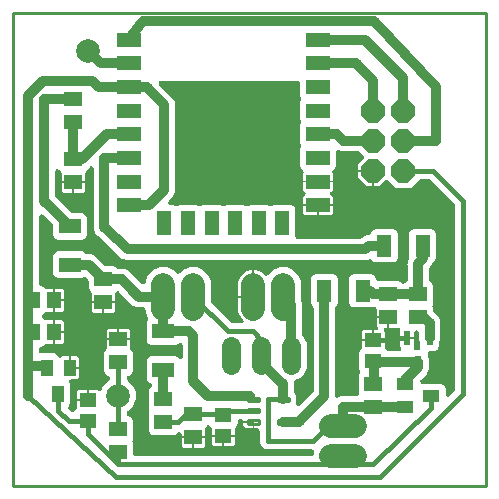
<source format=gbr>
G04 EAGLE Gerber RS-274X export*
G75*
%MOMM*%
%FSLAX34Y34*%
%LPD*%
%INTop Copper*%
%IPPOS*%
%AMOC8*
5,1,8,0,0,1.08239X$1,22.5*%
G01*
G04 Define Apertures*
%ADD10R,2.000000X1.200000*%
%ADD11R,1.200000X2.000000*%
%ADD12R,0.624800X1.223500*%
%ADD13R,1.500000X1.300000*%
%ADD14R,1.465300X1.164600*%
%ADD15R,1.400000X1.000000*%
%ADD16C,0.295000*%
%ADD17R,1.274700X1.850000*%
%ADD18R,1.850000X1.274700*%
%ADD19P,2.1821X8X112.5*%
%ADD20C,2.016000*%
%ADD21R,1.164600X1.465300*%
%ADD22R,1.000000X1.400000*%
%ADD23C,1.600000*%
%ADD24C,0.812800*%
%ADD25C,0.400000*%
%ADD26C,0.406400*%
%ADD27C,2.000000*%
%ADD28C,0.254000*%
G36*
X253001Y25161D02*
X252208Y25000D01*
X103432Y25000D01*
X102700Y25137D01*
X102018Y25572D01*
X101561Y26239D01*
X101400Y27032D01*
X101400Y36095D01*
X100891Y37322D01*
X100737Y38084D01*
X100891Y38878D01*
X101400Y40105D01*
X101400Y55095D01*
X100639Y56932D01*
X99232Y58339D01*
X97186Y59186D01*
X96550Y59604D01*
X96093Y60271D01*
X95932Y61064D01*
X95932Y61519D01*
X96075Y62267D01*
X96516Y62944D01*
X97186Y63396D01*
X97397Y63484D01*
X101616Y67703D01*
X103900Y73216D01*
X103900Y79184D01*
X101616Y84697D01*
X97397Y88916D01*
X97186Y89004D01*
X96550Y89421D01*
X96093Y90088D01*
X95932Y90881D01*
X95932Y91336D01*
X96075Y92084D01*
X96516Y92762D01*
X97186Y93214D01*
X99232Y94061D01*
X100639Y95468D01*
X101400Y97305D01*
X101400Y112295D01*
X100639Y114132D01*
X99535Y115236D01*
X99101Y115880D01*
X98940Y116673D01*
X98940Y123038D01*
X78860Y123038D01*
X78860Y116673D01*
X78711Y115910D01*
X78265Y115236D01*
X77161Y114132D01*
X76400Y112295D01*
X76400Y97305D01*
X77161Y95468D01*
X78568Y94061D01*
X80614Y93214D01*
X81250Y92796D01*
X81707Y92129D01*
X81868Y91336D01*
X81868Y90881D01*
X81726Y90133D01*
X81284Y89456D01*
X80614Y89004D01*
X80403Y88916D01*
X76184Y84697D01*
X74892Y81577D01*
X74496Y80965D01*
X73837Y80497D01*
X73047Y80323D01*
X72252Y80472D01*
X72032Y80617D01*
X64262Y80617D01*
X64262Y71492D01*
X53634Y71492D01*
X53634Y65942D01*
X53485Y65179D01*
X53038Y64505D01*
X51851Y63317D01*
X51593Y62917D01*
X50933Y62450D01*
X50143Y62276D01*
X49348Y62424D01*
X48674Y62871D01*
X46845Y64700D01*
X46423Y65315D01*
X46250Y66104D01*
X46398Y66899D01*
X46845Y67574D01*
X47339Y68068D01*
X48100Y69905D01*
X48100Y85895D01*
X47414Y87550D01*
X47261Y88263D01*
X47396Y89061D01*
X47832Y89742D01*
X48499Y90199D01*
X49291Y90360D01*
X53652Y90360D01*
X55140Y91848D01*
X55140Y99138D01*
X46838Y99138D01*
X46838Y109440D01*
X41548Y109440D01*
X41161Y109053D01*
X40561Y108639D01*
X39773Y108459D01*
X38977Y108601D01*
X38299Y109042D01*
X37847Y109713D01*
X37839Y109732D01*
X36432Y111139D01*
X34595Y111900D01*
X23796Y111900D01*
X23064Y112037D01*
X22382Y112472D01*
X21925Y113139D01*
X21764Y113932D01*
X21764Y115642D01*
X21901Y116374D01*
X22336Y117055D01*
X23003Y117513D01*
X23144Y117541D01*
X25301Y118435D01*
X26405Y119538D01*
X27049Y119973D01*
X27842Y120134D01*
X33392Y120134D01*
X33392Y139867D01*
X27842Y139867D01*
X27079Y140015D01*
X26405Y140462D01*
X25277Y141590D01*
X24739Y141934D01*
X24266Y142589D01*
X24086Y143378D01*
X24228Y144174D01*
X24670Y144852D01*
X25270Y145257D01*
X26405Y146391D01*
X27049Y146826D01*
X27842Y146987D01*
X33392Y146987D01*
X33392Y166720D01*
X27842Y166720D01*
X27079Y166868D01*
X26405Y167315D01*
X25301Y168418D01*
X23191Y169292D01*
X23064Y169316D01*
X22382Y169752D01*
X21925Y170419D01*
X21764Y171212D01*
X21764Y227915D01*
X21889Y228617D01*
X22314Y229305D01*
X22974Y229773D01*
X23764Y229947D01*
X24559Y229798D01*
X25233Y229352D01*
X33155Y221430D01*
X33589Y220785D01*
X33750Y219993D01*
X33750Y212035D01*
X34511Y210197D01*
X35918Y208791D01*
X37755Y208030D01*
X58245Y208030D01*
X60082Y208791D01*
X61489Y210197D01*
X62250Y212035D01*
X62250Y226771D01*
X61489Y228609D01*
X60082Y230015D01*
X58245Y230777D01*
X50287Y230777D01*
X49524Y230925D01*
X48850Y231372D01*
X35759Y244462D01*
X35325Y245107D01*
X35164Y245899D01*
X35164Y266061D01*
X35284Y266748D01*
X35703Y267439D01*
X36359Y267912D01*
X37147Y268092D01*
X37944Y267950D01*
X38621Y267509D01*
X39038Y266891D01*
X40165Y265764D01*
X40599Y265120D01*
X40760Y264327D01*
X40760Y257962D01*
X60840Y257962D01*
X60840Y264327D01*
X60989Y265090D01*
X61435Y265764D01*
X62539Y266868D01*
X63204Y268473D01*
X63644Y269133D01*
X64467Y269955D01*
X65052Y270363D01*
X65839Y270549D01*
X66637Y270414D01*
X67318Y269978D01*
X67775Y269311D01*
X67936Y268519D01*
X67936Y221036D01*
X67887Y220771D01*
X67935Y218886D01*
X67936Y218834D01*
X67936Y217052D01*
X68660Y215424D01*
X68680Y215376D01*
X69362Y213730D01*
X70654Y212503D01*
X70691Y212467D01*
X72025Y211133D01*
X72251Y210986D01*
X90630Y193527D01*
X90667Y193490D01*
X91927Y192230D01*
X93590Y191591D01*
X93639Y191572D01*
X95285Y190890D01*
X97066Y190935D01*
X97118Y190936D01*
X299900Y190936D01*
X301238Y191490D01*
X301983Y191645D01*
X302778Y191496D01*
X303453Y191050D01*
X304791Y189711D01*
X306629Y188950D01*
X321365Y188950D01*
X323203Y189711D01*
X324609Y191118D01*
X325371Y192955D01*
X325371Y213445D01*
X324609Y215282D01*
X323203Y216689D01*
X321365Y217450D01*
X306629Y217450D01*
X304791Y216689D01*
X303385Y215282D01*
X302654Y213518D01*
X302236Y212882D01*
X301569Y212425D01*
X300777Y212264D01*
X299494Y212264D01*
X296163Y210884D01*
X294938Y209659D01*
X294293Y209225D01*
X293501Y209064D01*
X240772Y209064D01*
X240055Y209195D01*
X239370Y209625D01*
X238907Y210288D01*
X238740Y211080D01*
X238800Y211388D01*
X238800Y233635D01*
X238039Y235472D01*
X236632Y236879D01*
X234795Y237640D01*
X220805Y237640D01*
X218656Y236750D01*
X218622Y236727D01*
X217832Y236553D01*
X217037Y236701D01*
X216998Y236727D01*
X214795Y237640D01*
X200805Y237640D01*
X198656Y236750D01*
X198622Y236727D01*
X197832Y236553D01*
X197037Y236701D01*
X196998Y236727D01*
X194795Y237640D01*
X180805Y237640D01*
X178656Y236750D01*
X178622Y236727D01*
X177832Y236553D01*
X177037Y236701D01*
X176998Y236727D01*
X174795Y237640D01*
X160805Y237640D01*
X158656Y236750D01*
X158622Y236727D01*
X157832Y236553D01*
X157037Y236701D01*
X156998Y236727D01*
X154795Y237640D01*
X140805Y237640D01*
X138656Y236750D01*
X138622Y236727D01*
X137832Y236553D01*
X137037Y236701D01*
X136998Y236727D01*
X134795Y237640D01*
X133064Y237640D01*
X132362Y237765D01*
X131674Y238190D01*
X131206Y238850D01*
X131032Y239640D01*
X131181Y240435D01*
X131627Y241109D01*
X135384Y244866D01*
X136764Y248197D01*
X136764Y324407D01*
X135384Y327738D01*
X123691Y339431D01*
X123283Y340016D01*
X123097Y340803D01*
X123233Y341601D01*
X123669Y342282D01*
X124336Y342739D01*
X125128Y342900D01*
X240768Y342900D01*
X241501Y342763D01*
X242182Y342328D01*
X242639Y341661D01*
X242800Y340868D01*
X242800Y330445D01*
X243690Y328296D01*
X243713Y328262D01*
X243887Y327472D01*
X243739Y326677D01*
X243713Y326638D01*
X242800Y324435D01*
X242800Y310445D01*
X243690Y308296D01*
X243713Y308262D01*
X243887Y307472D01*
X243739Y306677D01*
X243713Y306638D01*
X242800Y304435D01*
X242800Y290445D01*
X243690Y288296D01*
X243713Y288262D01*
X243887Y287472D01*
X243739Y286677D01*
X243713Y286638D01*
X242800Y284435D01*
X242800Y270445D01*
X243561Y268608D01*
X245032Y267137D01*
X245453Y266523D01*
X245627Y265733D01*
X245478Y264938D01*
X245260Y264609D01*
X245260Y258202D01*
X270340Y258202D01*
X270340Y264597D01*
X270147Y264878D01*
X269974Y265668D01*
X270122Y266463D01*
X270568Y267137D01*
X272039Y268608D01*
X272800Y270445D01*
X272800Y281982D01*
X272931Y282699D01*
X273361Y283384D01*
X274025Y283847D01*
X274816Y284014D01*
X275610Y283859D01*
X277597Y283036D01*
X291696Y283036D01*
X292459Y282887D01*
X293133Y282441D01*
X296476Y279097D01*
X296898Y278483D01*
X297071Y277693D01*
X296923Y276898D01*
X296476Y276224D01*
X292180Y271927D01*
X292180Y267462D01*
X305562Y267462D01*
X305562Y254080D01*
X310027Y254080D01*
X314324Y258376D01*
X314938Y258798D01*
X315728Y258971D01*
X316523Y258823D01*
X317197Y258376D01*
X323954Y251620D01*
X336446Y251620D01*
X343931Y259105D01*
X344575Y259539D01*
X345368Y259700D01*
X351859Y259700D01*
X352621Y259551D01*
X353296Y259105D01*
X373405Y238996D01*
X373839Y238351D01*
X374000Y237559D01*
X374000Y81483D01*
X373851Y80720D01*
X373405Y80046D01*
X369369Y76010D01*
X368784Y75602D01*
X367997Y75416D01*
X367200Y75552D01*
X366518Y75987D01*
X366061Y76654D01*
X365900Y77447D01*
X365900Y82195D01*
X365139Y84032D01*
X363732Y85439D01*
X361895Y86200D01*
X346564Y86200D01*
X345862Y86325D01*
X345174Y86750D01*
X344706Y87410D01*
X344532Y88200D01*
X344681Y88995D01*
X345127Y89669D01*
X348410Y92951D01*
X348693Y93141D01*
X350426Y94873D01*
X350567Y95085D01*
X351964Y98457D01*
X351964Y102297D01*
X352024Y102788D01*
X352131Y103215D01*
X351986Y104184D01*
X351964Y104484D01*
X351964Y105463D01*
X351919Y105572D01*
X351764Y106350D01*
X351764Y106803D01*
X351596Y107209D01*
X351463Y107687D01*
X351399Y108121D01*
X351314Y108262D01*
X351024Y109308D01*
X351024Y110772D01*
X350924Y111013D01*
X350771Y111726D01*
X350906Y112523D01*
X351342Y113204D01*
X352009Y113662D01*
X352802Y113823D01*
X356519Y113823D01*
X358356Y114584D01*
X359763Y115990D01*
X360524Y117828D01*
X360524Y120464D01*
X360679Y121241D01*
X361464Y123137D01*
X361464Y139443D01*
X360084Y142774D01*
X355995Y146863D01*
X355561Y147508D01*
X355400Y148300D01*
X355400Y150395D01*
X354891Y151622D01*
X354737Y152384D01*
X354891Y153178D01*
X355400Y154405D01*
X355400Y169395D01*
X354639Y171232D01*
X353232Y172639D01*
X353218Y172645D01*
X352582Y173062D01*
X352125Y173729D01*
X351964Y174522D01*
X351964Y183896D01*
X352314Y185035D01*
X353314Y186512D01*
X353560Y186809D01*
X354087Y187337D01*
X354345Y187960D01*
X354540Y188322D01*
X355105Y189156D01*
X355351Y189453D01*
X357015Y191118D01*
X357777Y192955D01*
X357777Y213445D01*
X357015Y215282D01*
X355609Y216689D01*
X353771Y217450D01*
X339035Y217450D01*
X337197Y216689D01*
X335791Y215282D01*
X335030Y213445D01*
X335030Y192551D01*
X334969Y192551D01*
X335013Y192105D01*
X334702Y191359D01*
X334385Y190891D01*
X334234Y190160D01*
X334121Y189792D01*
X333836Y189103D01*
X333836Y188429D01*
X333794Y188019D01*
X333659Y187359D01*
X333799Y186627D01*
X333836Y186243D01*
X333836Y174522D01*
X333694Y173774D01*
X333252Y173097D01*
X332582Y172645D01*
X332568Y172639D01*
X331637Y171708D01*
X331022Y171287D01*
X330232Y171113D01*
X329437Y171261D01*
X328763Y171708D01*
X327832Y172639D01*
X325995Y173400D01*
X309009Y173400D01*
X308276Y173537D01*
X307595Y173972D01*
X307137Y174639D01*
X307011Y175261D01*
X306215Y177182D01*
X304809Y178589D01*
X302971Y179350D01*
X288235Y179350D01*
X286397Y178589D01*
X284991Y177182D01*
X284230Y175345D01*
X284230Y154855D01*
X284991Y153018D01*
X286397Y151611D01*
X288235Y150850D01*
X302971Y150850D01*
X304650Y151546D01*
X305363Y151699D01*
X306161Y151564D01*
X306842Y151128D01*
X307299Y150461D01*
X307460Y149668D01*
X307460Y143662D01*
X318262Y143662D01*
X318262Y133860D01*
X325704Y133860D01*
X326437Y133723D01*
X327118Y133288D01*
X327575Y132621D01*
X327736Y131828D01*
X327736Y125702D01*
X339064Y125702D01*
X339064Y129368D01*
X339201Y130101D01*
X339636Y130782D01*
X340303Y131239D01*
X341096Y131400D01*
X341304Y131400D01*
X342037Y131263D01*
X342718Y130828D01*
X343175Y130161D01*
X343336Y129368D01*
X343336Y123137D01*
X344121Y121241D01*
X344276Y120464D01*
X344276Y117828D01*
X344376Y117587D01*
X344529Y116874D01*
X344394Y116077D01*
X343958Y115396D01*
X343291Y114938D01*
X342498Y114778D01*
X340977Y114778D01*
X340275Y114903D01*
X339586Y115328D01*
X339119Y115987D01*
X338945Y116777D01*
X339064Y117415D01*
X339064Y124178D01*
X327736Y124178D01*
X327736Y117770D01*
X327974Y117533D01*
X328382Y116948D01*
X328568Y116161D01*
X328432Y115364D01*
X327996Y114682D01*
X327329Y114225D01*
X326537Y114064D01*
X317344Y114064D01*
X316582Y114213D01*
X315907Y114659D01*
X315262Y115305D01*
X314827Y115949D01*
X314667Y116742D01*
X314667Y122292D01*
X294934Y122292D01*
X294934Y116742D01*
X294785Y115979D01*
X294338Y115305D01*
X293235Y114201D01*
X292474Y112364D01*
X292474Y98728D01*
X293211Y96949D01*
X293365Y96187D01*
X293211Y95393D01*
X292300Y93195D01*
X292300Y77866D01*
X292301Y77861D01*
X292300Y77854D01*
X292300Y77801D01*
X292291Y77801D01*
X292166Y77064D01*
X291730Y76382D01*
X291063Y75925D01*
X290270Y75764D01*
X277597Y75764D01*
X275071Y74718D01*
X274358Y74564D01*
X273561Y74699D01*
X272879Y75135D01*
X272422Y75802D01*
X272261Y76595D01*
X272261Y150628D01*
X272410Y151390D01*
X272856Y152065D01*
X273809Y153018D01*
X274571Y154855D01*
X274571Y175345D01*
X273809Y177182D01*
X272403Y178589D01*
X270565Y179350D01*
X255829Y179350D01*
X253991Y178589D01*
X252585Y177182D01*
X251824Y175345D01*
X251824Y154855D01*
X252585Y153018D01*
X253538Y152065D01*
X253972Y151420D01*
X254133Y150628D01*
X254133Y80093D01*
X253984Y79331D01*
X253538Y78656D01*
X242751Y67869D01*
X242180Y67468D01*
X241395Y67275D01*
X240596Y67405D01*
X239912Y67835D01*
X239449Y68498D01*
X239282Y69290D01*
X239436Y70083D01*
X239500Y70237D01*
X239500Y75763D01*
X238514Y78143D01*
X238109Y78548D01*
X237675Y79192D01*
X237514Y79985D01*
X237514Y87447D01*
X237657Y88194D01*
X238098Y88872D01*
X238768Y89324D01*
X242764Y90979D01*
X246421Y94636D01*
X248400Y99414D01*
X248400Y120586D01*
X246421Y125364D01*
X245059Y126726D01*
X244625Y127370D01*
X244464Y128162D01*
X244464Y155003D01*
X243835Y156522D01*
X243680Y157300D01*
X243680Y173080D01*
X241384Y178622D01*
X237142Y182864D01*
X231600Y185160D01*
X225600Y185160D01*
X220058Y182864D01*
X215597Y178404D01*
X214983Y177982D01*
X214193Y177809D01*
X213398Y177957D01*
X212724Y178404D01*
X210349Y180779D01*
X205710Y182700D01*
X203962Y182700D01*
X203962Y159238D01*
X190580Y159238D01*
X190580Y147410D01*
X192501Y142771D01*
X194240Y141033D01*
X194648Y140448D01*
X194834Y139661D01*
X194698Y138864D01*
X194263Y138182D01*
X193596Y137725D01*
X192803Y137564D01*
X185622Y137564D01*
X184860Y137713D01*
X184186Y138159D01*
X168075Y154270D01*
X167641Y154914D01*
X167480Y155706D01*
X167480Y173080D01*
X165184Y178622D01*
X160942Y182864D01*
X155400Y185160D01*
X149400Y185160D01*
X143858Y182864D01*
X141137Y180143D01*
X140522Y179722D01*
X139732Y179548D01*
X138937Y179697D01*
X138263Y180143D01*
X135542Y182864D01*
X130000Y185160D01*
X124000Y185160D01*
X118458Y182864D01*
X114216Y178622D01*
X111920Y173080D01*
X111920Y172504D01*
X111795Y171802D01*
X111370Y171114D01*
X110710Y170646D01*
X109920Y170472D01*
X109125Y170621D01*
X108451Y171067D01*
X97234Y182284D01*
X93903Y183664D01*
X89049Y183664D01*
X88286Y183813D01*
X87612Y184259D01*
X86532Y185339D01*
X84695Y186100D01*
X78360Y186100D01*
X77598Y186249D01*
X76923Y186695D01*
X68937Y194681D01*
X65606Y196061D01*
X62472Y196061D01*
X61710Y196210D01*
X61035Y196656D01*
X60082Y197609D01*
X58245Y198371D01*
X37755Y198371D01*
X35918Y197609D01*
X34511Y196203D01*
X33750Y194365D01*
X33750Y179629D01*
X34511Y177791D01*
X35918Y176385D01*
X37755Y175624D01*
X58245Y175624D01*
X59899Y176309D01*
X60644Y176463D01*
X61439Y176315D01*
X62113Y175868D01*
X63105Y174877D01*
X63539Y174232D01*
X63700Y173440D01*
X63700Y167105D01*
X64461Y165268D01*
X65565Y164164D01*
X65999Y163520D01*
X66160Y162727D01*
X66160Y156362D01*
X86240Y156362D01*
X86240Y162727D01*
X86389Y163490D01*
X86835Y164164D01*
X86839Y164168D01*
X87454Y164590D01*
X88244Y164763D01*
X89039Y164615D01*
X89713Y164168D01*
X101566Y152316D01*
X104897Y150936D01*
X109888Y150936D01*
X110621Y150799D01*
X111302Y150364D01*
X111759Y149697D01*
X111920Y148904D01*
X111920Y146920D01*
X113979Y141950D01*
X114133Y141205D01*
X113985Y140410D01*
X113538Y139736D01*
X113511Y139709D01*
X112750Y137871D01*
X112750Y123135D01*
X113511Y121297D01*
X114918Y119891D01*
X116755Y119130D01*
X137245Y119130D01*
X139082Y119891D01*
X139867Y120676D01*
X140452Y121084D01*
X141239Y121270D01*
X142037Y121134D01*
X142718Y120698D01*
X143175Y120031D01*
X143336Y119239D01*
X143336Y109361D01*
X143211Y108659D01*
X142786Y107971D01*
X142126Y107503D01*
X141336Y107330D01*
X140541Y107478D01*
X139867Y107924D01*
X139082Y108709D01*
X137245Y109471D01*
X116755Y109471D01*
X114918Y108709D01*
X113511Y107303D01*
X112750Y105465D01*
X112750Y90729D01*
X113511Y88891D01*
X114918Y87485D01*
X115994Y87039D01*
X116607Y86643D01*
X117075Y85984D01*
X117248Y85194D01*
X117100Y84399D01*
X116654Y83725D01*
X115261Y82332D01*
X114500Y80495D01*
X114500Y65505D01*
X115009Y64278D01*
X115163Y63516D01*
X115009Y62722D01*
X114500Y61495D01*
X114500Y46505D01*
X115261Y44668D01*
X116668Y43261D01*
X118505Y42500D01*
X135495Y42500D01*
X137332Y43261D01*
X138891Y44820D01*
X139476Y45228D01*
X140263Y45414D01*
X141061Y45279D01*
X141742Y44843D01*
X142199Y44176D01*
X142360Y43383D01*
X142360Y42062D01*
X162440Y42062D01*
X162440Y48427D01*
X162589Y49190D01*
X163035Y49864D01*
X163715Y50544D01*
X164330Y50966D01*
X165120Y51139D01*
X165915Y50991D01*
X166589Y50544D01*
X167338Y49795D01*
X167773Y49151D01*
X167934Y48358D01*
X167934Y42808D01*
X187667Y42808D01*
X187667Y48358D01*
X187815Y49121D01*
X188262Y49795D01*
X189365Y50899D01*
X190127Y52736D01*
X190127Y54436D01*
X190263Y55169D01*
X190699Y55850D01*
X191366Y56307D01*
X192159Y56468D01*
X192369Y56468D01*
X192530Y56500D01*
X192728Y56500D01*
X193461Y56363D01*
X194142Y55928D01*
X194599Y55261D01*
X194700Y54762D01*
X204112Y54762D01*
X204112Y48510D01*
X206468Y48510D01*
X207201Y48373D01*
X207882Y47938D01*
X208339Y47271D01*
X208500Y46478D01*
X208500Y39980D01*
X208468Y39819D01*
X208468Y36701D01*
X209539Y34117D01*
X211517Y32139D01*
X214101Y31068D01*
X252304Y31068D01*
X253022Y30937D01*
X253706Y30507D01*
X254169Y29843D01*
X254336Y29052D01*
X254240Y28559D01*
X254240Y27032D01*
X254103Y26300D01*
X253668Y25618D01*
X253001Y25161D01*
G37*
%LPC*%
G36*
X299573Y254080D02*
X304038Y254080D01*
X304038Y265938D01*
X292180Y265938D01*
X292180Y261473D01*
X299573Y254080D01*
G37*
G36*
X245260Y238202D02*
X270340Y238202D01*
X270340Y244492D01*
X268829Y246003D01*
X268408Y246618D01*
X268234Y247408D01*
X268382Y248203D01*
X268829Y248877D01*
X270340Y250388D01*
X270340Y256678D01*
X245260Y256678D01*
X245260Y250388D01*
X246771Y248877D01*
X247192Y248262D01*
X247366Y247472D01*
X247218Y246677D01*
X246771Y246003D01*
X245260Y244492D01*
X245260Y238202D01*
G37*
G36*
X42248Y248160D02*
X50038Y248160D01*
X50038Y256438D01*
X40760Y256438D01*
X40760Y249648D01*
X42248Y248160D01*
G37*
G36*
X51562Y248160D02*
X59352Y248160D01*
X60840Y249648D01*
X60840Y256438D01*
X51562Y256438D01*
X51562Y248160D01*
G37*
G36*
X246748Y228900D02*
X257038Y228900D01*
X257038Y236678D01*
X245260Y236678D01*
X245260Y230388D01*
X246748Y228900D01*
G37*
G36*
X258562Y228900D02*
X268852Y228900D01*
X270340Y230388D01*
X270340Y236678D01*
X258562Y236678D01*
X258562Y228900D01*
G37*
G36*
X190580Y160762D02*
X202438Y160762D01*
X202438Y182700D01*
X200690Y182700D01*
X196051Y180779D01*
X192501Y177229D01*
X190580Y172590D01*
X190580Y160762D01*
G37*
G36*
X34916Y157615D02*
X42517Y157615D01*
X42517Y165232D01*
X41029Y166720D01*
X34916Y166720D01*
X34916Y157615D01*
G37*
G36*
X34916Y146987D02*
X41029Y146987D01*
X42517Y148474D01*
X42517Y156091D01*
X34916Y156091D01*
X34916Y146987D01*
G37*
G36*
X76962Y146560D02*
X84752Y146560D01*
X86240Y148048D01*
X86240Y154838D01*
X76962Y154838D01*
X76962Y146560D01*
G37*
G36*
X67648Y146560D02*
X75438Y146560D01*
X75438Y154838D01*
X66160Y154838D01*
X66160Y148048D01*
X67648Y146560D01*
G37*
G36*
X305562Y123816D02*
X314667Y123816D01*
X314667Y129929D01*
X314204Y130391D01*
X313796Y130976D01*
X313610Y131763D01*
X313746Y132561D01*
X314182Y133242D01*
X314849Y133699D01*
X315641Y133860D01*
X316738Y133860D01*
X316738Y142138D01*
X307460Y142138D01*
X307460Y135348D01*
X307922Y134886D01*
X308330Y134301D01*
X308516Y133514D01*
X308381Y132717D01*
X307945Y132035D01*
X307278Y131578D01*
X306485Y131417D01*
X305562Y131417D01*
X305562Y123816D01*
G37*
G36*
X34916Y130762D02*
X42517Y130762D01*
X42517Y138379D01*
X41029Y139867D01*
X34916Y139867D01*
X34916Y130762D01*
G37*
G36*
X89662Y124562D02*
X98940Y124562D01*
X98940Y131352D01*
X97452Y132840D01*
X89662Y132840D01*
X89662Y124562D01*
G37*
G36*
X78860Y124562D02*
X88138Y124562D01*
X88138Y132840D01*
X80348Y132840D01*
X78860Y131352D01*
X78860Y124562D01*
G37*
G36*
X294934Y123816D02*
X304038Y123816D01*
X304038Y131417D01*
X296421Y131417D01*
X294934Y129929D01*
X294934Y123816D01*
G37*
G36*
X34916Y120134D02*
X41029Y120134D01*
X42517Y121621D01*
X42517Y129238D01*
X34916Y129238D01*
X34916Y120134D01*
G37*
G36*
X48362Y100662D02*
X55140Y100662D01*
X55140Y107952D01*
X53652Y109440D01*
X48362Y109440D01*
X48362Y100662D01*
G37*
G36*
X53634Y73016D02*
X62738Y73016D01*
X62738Y80617D01*
X55121Y80617D01*
X53634Y79129D01*
X53634Y73016D01*
G37*
G36*
X197112Y48510D02*
X202588Y48510D01*
X202588Y53238D01*
X194760Y53238D01*
X194760Y50862D01*
X197112Y48510D01*
G37*
G36*
X178562Y33683D02*
X186179Y33683D01*
X187667Y35171D01*
X187667Y41284D01*
X178562Y41284D01*
X178562Y33683D01*
G37*
G36*
X169421Y33683D02*
X177038Y33683D01*
X177038Y41284D01*
X167934Y41284D01*
X167934Y35171D01*
X169421Y33683D01*
G37*
G36*
X153162Y32260D02*
X160952Y32260D01*
X162440Y33748D01*
X162440Y40538D01*
X153162Y40538D01*
X153162Y32260D01*
G37*
G36*
X143848Y32260D02*
X151638Y32260D01*
X151638Y40538D01*
X142360Y40538D01*
X142360Y33748D01*
X143848Y32260D01*
G37*
%LPD*%
D10*
X257800Y237440D03*
X257800Y257440D03*
X257800Y277440D03*
X257800Y297440D03*
X257800Y317440D03*
X257800Y337440D03*
X257800Y357440D03*
X257800Y377440D03*
X97800Y377440D03*
X97800Y337440D03*
X97800Y357440D03*
X97800Y317440D03*
X97800Y297440D03*
X97800Y277440D03*
X97800Y257440D03*
X97800Y237440D03*
D11*
X227800Y222640D03*
X207800Y222640D03*
X187800Y222640D03*
X167800Y222640D03*
X147800Y222640D03*
X127800Y222640D03*
D12*
X352400Y124940D03*
X333400Y124940D03*
X342900Y103660D03*
D13*
X127000Y73000D03*
X127000Y54000D03*
D14*
X177800Y59554D03*
X177800Y42046D03*
D15*
X353900Y76200D03*
X331900Y66700D03*
X331900Y85700D03*
D16*
X207925Y71525D02*
X198775Y71525D01*
X198775Y74475D01*
X207925Y74475D01*
X207925Y71525D01*
X207925Y74327D02*
X198775Y74327D01*
X198775Y62025D02*
X207925Y62025D01*
X198775Y62025D02*
X198775Y64975D01*
X207925Y64975D01*
X207925Y62025D01*
X207925Y64827D02*
X198775Y64827D01*
X198775Y52525D02*
X207925Y52525D01*
X198775Y52525D02*
X198775Y55475D01*
X207925Y55475D01*
X207925Y52525D01*
X207925Y55327D02*
X198775Y55327D01*
X223875Y52525D02*
X233025Y52525D01*
X223875Y52525D02*
X223875Y55475D01*
X233025Y55475D01*
X233025Y52525D01*
X233025Y55327D02*
X223875Y55327D01*
X223875Y71525D02*
X233025Y71525D01*
X223875Y71525D02*
X223875Y74475D01*
X233025Y74475D01*
X233025Y71525D01*
X233025Y74327D02*
X223875Y74327D01*
D13*
X152400Y41300D03*
X152400Y60300D03*
X342900Y161900D03*
X342900Y142900D03*
X317500Y142900D03*
X317500Y161900D03*
X304800Y85700D03*
X304800Y66700D03*
D14*
X304800Y105546D03*
X304800Y123054D03*
D17*
X295603Y165100D03*
X263197Y165100D03*
X346403Y203200D03*
X313997Y203200D03*
D18*
X48000Y219403D03*
X48000Y186997D03*
D13*
X50800Y308000D03*
X50800Y327000D03*
X50800Y257200D03*
X50800Y276200D03*
D19*
X304800Y266700D03*
X330200Y266700D03*
X304800Y292100D03*
X330200Y292100D03*
X304800Y317500D03*
X330200Y317500D03*
D20*
X203200Y170080D02*
X203200Y149920D01*
X228600Y149920D02*
X228600Y170080D01*
X127000Y170080D02*
X127000Y149920D01*
X152400Y149920D02*
X152400Y170080D01*
D14*
X63500Y54746D03*
X63500Y72254D03*
D21*
X16646Y156853D03*
X34154Y156853D03*
D20*
X269320Y50800D02*
X289480Y50800D01*
X289480Y25400D02*
X269320Y25400D01*
D22*
X38100Y77900D03*
X28600Y99900D03*
X47600Y99900D03*
D21*
X16646Y130000D03*
X34154Y130000D03*
D23*
X235400Y118000D02*
X235400Y102000D01*
X210000Y102000D02*
X210000Y118000D01*
X184600Y118000D02*
X184600Y102000D01*
D13*
X88900Y47600D03*
X88900Y28600D03*
X88900Y123800D03*
X88900Y104800D03*
D18*
X127000Y98097D03*
X127000Y130503D03*
D13*
X76200Y155600D03*
X76200Y174600D03*
D24*
X304800Y66700D02*
X331900Y66700D01*
X292100Y66700D02*
X279400Y66700D01*
X292100Y66700D02*
X304800Y66700D01*
D25*
X228450Y73000D02*
X215500Y73000D01*
X215500Y38100D01*
D24*
X279400Y50800D02*
X279400Y66700D01*
X210000Y104150D02*
X210000Y110000D01*
X228450Y85700D02*
X228450Y73000D01*
X228450Y85700D02*
X210000Y104150D01*
D26*
X181868Y130532D02*
X152400Y160000D01*
X181868Y130532D02*
X202491Y130532D01*
X210000Y123023D02*
X210000Y110000D01*
X210000Y123023D02*
X202491Y130532D01*
X266700Y50800D02*
X279400Y50800D01*
X266700Y50800D02*
X254000Y38100D01*
X215500Y38100D01*
D25*
X332700Y125000D02*
X333400Y124940D01*
D26*
X177800Y42046D02*
X177054Y41300D01*
X317500Y123054D02*
X319446Y125000D01*
X317500Y123054D02*
X304800Y123054D01*
X319446Y125000D02*
X332700Y125000D01*
X203350Y73000D02*
X200150Y76200D01*
D24*
X165100Y76200D01*
X152400Y88900D01*
X152400Y127000D01*
X148897Y130503D01*
X127000Y130503D01*
X127000Y160000D01*
X63803Y186997D02*
X48000Y186997D01*
X63803Y186997D02*
X76200Y174600D01*
X92100Y174600D01*
X101600Y165100D01*
X106700Y160000D01*
X127000Y160000D01*
D25*
X190650Y63500D02*
X203350Y63500D01*
X152400Y60300D02*
X146000Y60300D01*
X139700Y54000D01*
X127000Y54000D01*
D26*
X152400Y60300D02*
X177054Y60300D01*
X177800Y59554D01*
X181746Y63500D01*
X190650Y63500D01*
D24*
X347140Y142900D02*
X352400Y137640D01*
X347140Y142900D02*
X342900Y142900D01*
X352400Y137640D02*
X352400Y124940D01*
X342900Y103660D02*
X342900Y100260D01*
X331900Y89260D01*
X331900Y85700D01*
X305000Y85900D02*
X305000Y105000D01*
X305000Y85900D02*
X304800Y85700D01*
X305000Y105000D02*
X342700Y105000D01*
X342900Y103660D01*
D25*
X305000Y105000D02*
X304800Y105546D01*
D24*
X127700Y250000D02*
X115140Y237440D01*
X97800Y237440D01*
X127700Y250000D02*
X127700Y322604D01*
X112864Y337440D01*
X97800Y337440D01*
X25400Y342900D02*
X12700Y330200D01*
X25400Y342900D02*
X66940Y342900D01*
X72400Y337440D02*
X97800Y337440D01*
X72400Y337440D02*
X66940Y342900D01*
X12700Y152400D02*
X12700Y127000D01*
X12700Y114300D01*
D25*
X355600Y266700D02*
X381000Y241300D01*
D24*
X12700Y114300D02*
X12700Y101600D01*
X12700Y76200D01*
D25*
X86900Y7000D01*
X310258Y7000D01*
X381000Y77742D01*
X381000Y241300D01*
X355600Y266700D02*
X330200Y266700D01*
X16646Y156346D02*
X12700Y152400D01*
X16646Y156346D02*
X16646Y156853D01*
D24*
X12700Y152400D02*
X12700Y330200D01*
D26*
X26900Y101600D02*
X28600Y99900D01*
D24*
X26900Y101600D02*
X12700Y101600D01*
D26*
X13646Y127000D02*
X16646Y130000D01*
X13646Y127000D02*
X12700Y127000D01*
D24*
X295703Y165000D02*
X302300Y165000D01*
X304800Y161900D02*
X317500Y161900D01*
X304800Y161900D02*
X302300Y165000D01*
D25*
X295703Y165000D02*
X295603Y165100D01*
D24*
X317500Y161900D02*
X342900Y161900D01*
X346403Y192471D02*
X346403Y203200D01*
X346403Y192471D02*
X342900Y187300D01*
X342900Y161900D01*
X97800Y277440D02*
X77000Y277440D01*
X301297Y203200D02*
X313997Y203200D01*
X301297Y203200D02*
X298097Y200000D01*
X96976Y200000D01*
X77000Y218976D02*
X77000Y277440D01*
X77000Y218976D02*
X96976Y200000D01*
X241700Y54000D02*
X263197Y75497D01*
X263197Y165100D01*
X241700Y54000D02*
X228450Y54000D01*
X50800Y327000D02*
X26100Y327000D01*
X26100Y243900D01*
X26100Y241303D02*
X48000Y219403D01*
X26100Y241303D02*
X26100Y243900D01*
X50800Y276200D02*
X50800Y308000D01*
X79133Y297440D02*
X57893Y276200D01*
X50800Y276200D01*
X79133Y297440D02*
X97800Y297440D01*
X297960Y377440D02*
X330200Y345200D01*
X297960Y377440D02*
X257800Y377440D01*
X330200Y345200D02*
X330200Y317500D01*
X304800Y342900D02*
X290260Y357440D01*
X257800Y357440D01*
X304800Y342900D02*
X304800Y317500D01*
X357700Y337700D02*
X357700Y292100D01*
X110004Y393000D02*
X97800Y377800D01*
X97800Y377440D01*
X330200Y292100D02*
X357700Y292100D01*
X357700Y337700D02*
X305396Y393000D01*
X110004Y393000D01*
X257800Y297440D02*
X274060Y297440D01*
X279400Y292100D01*
X304800Y292100D01*
D25*
X353900Y76200D02*
X353900Y66100D01*
X304800Y18000D01*
X279400Y18000D02*
X88900Y18000D01*
X279400Y18000D02*
X292100Y18000D01*
X304800Y18000D01*
X279400Y18000D02*
X279400Y25400D01*
D26*
X88900Y18000D02*
X63500Y43400D01*
X63500Y54746D01*
X38100Y63500D02*
X38100Y77900D01*
X38100Y63500D02*
X46854Y54746D01*
X63500Y54746D01*
X88900Y28600D02*
X88900Y18000D01*
D24*
X235400Y110000D02*
X235400Y153200D01*
X228600Y160000D01*
D26*
X88900Y104800D02*
X88900Y76200D01*
D27*
X88900Y76200D03*
D26*
X88900Y47600D01*
D27*
X63500Y368300D03*
D24*
X74360Y357440D02*
X97800Y357440D01*
X74360Y357440D02*
X63500Y368300D01*
X127000Y98097D02*
X127000Y73000D01*
D28*
X0Y0D02*
X400000Y0D01*
X400000Y400000D01*
X0Y400000D01*
X0Y0D01*
M02*

</source>
